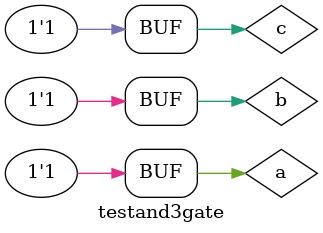
<source format=v>
module and3gate (output s, input p, input q, input r); 
	assign s = ~(~p | ~q | ~r); 
endmodule // and3 gate
// --------------------- 
// -- test and3gate 
// --------------------- 
module testand3gate; 
	// ------------------------- dados locais 
	reg a, b, c; // definir registrador 
	wire s;      // definir conexao (fio) 
	// ------------------------- instancia 
	and3gate AND3_1 (s, a, b, c); 
	// ------------------------- preparacao 
	initial begin:start 
		a=0;
		b=0;
		c=0;
	end 
	// ------------------------- parte principal 
	initial begin:main 
		$display("Exemplo0009 - Daniel Telles McGinnis - 435042"); 
		$display("Test and3 gate"); 
		$display("a & b & c = s\n");
		$display("a   b   c   s");
		$monitor("%b   %b   %b   %b", a, b, c, s);
		#1 a=0; b=0; c=1;
		#1 a=0; b=1; c=0;
		#1 a=0; b=1; c=1;
		#1 a=1; b=0; c=0;
		#1 a=1; b=0; c=1;
		#1 a=1; b=1; c=0;
		#1 a=1; b=1; c=1;
	end 
endmodule // testand3gate 
</source>
